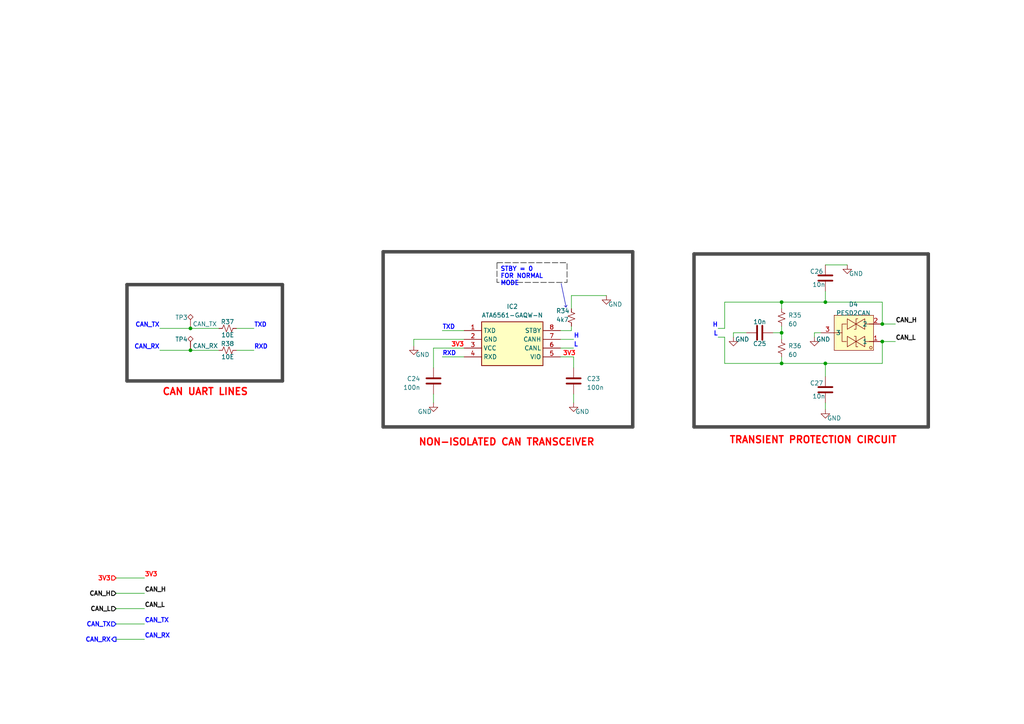
<source format=kicad_sch>
(kicad_sch (version 20230121) (generator eeschema)

  (uuid 11e23720-5faa-41ae-9351-edc1bb6fca84)

  (paper "A4")

  (lib_symbols
    (symbol "ESP32-S3_DB:ATA6561-GAQW-N" (in_bom yes) (on_board yes)
      (property "Reference" "IC" (at 24.13 7.62 0)
        (effects (font (size 1.27 1.27)) (justify left top))
      )
      (property "Value" "ATA6561-GAQW-N" (at 24.13 5.08 0)
        (effects (font (size 1.27 1.27)) (justify left top))
      )
      (property "Footprint" "SOIC127P600X175-8N" (at 24.13 -94.92 0)
        (effects (font (size 1.27 1.27)) (justify left top) hide)
      )
      (property "Datasheet" "http://ww1.microchip.com/downloads/en/DeviceDoc/ATA6560-ATA6561-High-Speed-CAN-Transceiver-DS20005991A.pdf" (at 24.13 -194.92 0)
        (effects (font (size 1.27 1.27)) (justify left top) hide)
      )
      (property "Height" "1.75" (at 24.13 -394.92 0)
        (effects (font (size 1.27 1.27)) (justify left top) hide)
      )
      (property "Manufacturer_Name" "Microchip" (at 24.13 -494.92 0)
        (effects (font (size 1.27 1.27)) (justify left top) hide)
      )
      (property "Manufacturer_Part_Number" "ATA6561-GAQW-N" (at 24.13 -594.92 0)
        (effects (font (size 1.27 1.27)) (justify left top) hide)
      )
      (property "Mouser Part Number" "579-ATA6561-GAQW-N" (at 24.13 -694.92 0)
        (effects (font (size 1.27 1.27)) (justify left top) hide)
      )
      (property "Mouser Price/Stock" "https://www.mouser.co.uk/ProductDetail/Microchip-Technology-Atmel/ATA6561-GAQW-N?qs=y6ZabgHbY%252BwGbm2JCZMHKQ%3D%3D" (at 24.13 -794.92 0)
        (effects (font (size 1.27 1.27)) (justify left top) hide)
      )
      (property "Arrow Part Number" "ATA6561-GAQW-N" (at 24.13 -894.92 0)
        (effects (font (size 1.27 1.27)) (justify left top) hide)
      )
      (property "Arrow Price/Stock" "https://www.arrow.com/en/products/ata6561-gaqw-n/microchip-technology?region=nac" (at 24.13 -994.92 0)
        (effects (font (size 1.27 1.27)) (justify left top) hide)
      )
      (property "ki_description" "MICROCHIP - ATA6561-GAQW-N - CAN TRANSCEIVER, 5MBPS, -40 TO 150DEG C" (at 0 0 0)
        (effects (font (size 1.27 1.27)) hide)
      )
      (symbol "ATA6561-GAQW-N_1_1"
        (rectangle (start 5.08 2.54) (end 22.86 -10.16)
          (stroke (width 0.254) (type default))
          (fill (type background))
        )
        (pin passive line (at 0 0 0) (length 5.08)
          (name "TXD" (effects (font (size 1.27 1.27))))
          (number "1" (effects (font (size 1.27 1.27))))
        )
        (pin passive line (at 0 -2.54 0) (length 5.08)
          (name "GND" (effects (font (size 1.27 1.27))))
          (number "2" (effects (font (size 1.27 1.27))))
        )
        (pin passive line (at 0 -5.08 0) (length 5.08)
          (name "VCC" (effects (font (size 1.27 1.27))))
          (number "3" (effects (font (size 1.27 1.27))))
        )
        (pin passive line (at 0 -7.62 0) (length 5.08)
          (name "RXD" (effects (font (size 1.27 1.27))))
          (number "4" (effects (font (size 1.27 1.27))))
        )
        (pin passive line (at 27.94 -7.62 180) (length 5.08)
          (name "VIO" (effects (font (size 1.27 1.27))))
          (number "5" (effects (font (size 1.27 1.27))))
        )
        (pin passive line (at 27.94 -5.08 180) (length 5.08)
          (name "CANL" (effects (font (size 1.27 1.27))))
          (number "6" (effects (font (size 1.27 1.27))))
        )
        (pin passive line (at 27.94 -2.54 180) (length 5.08)
          (name "CANH" (effects (font (size 1.27 1.27))))
          (number "7" (effects (font (size 1.27 1.27))))
        )
        (pin passive line (at 27.94 0 180) (length 5.08)
          (name "STBY" (effects (font (size 1.27 1.27))))
          (number "8" (effects (font (size 1.27 1.27))))
        )
      )
    )
    (symbol "ESP32-S3_DB:C" (pin_numbers hide) (pin_names (offset 0.254)) (in_bom yes) (on_board yes)
      (property "Reference" "C" (at 0.635 2.54 0)
        (effects (font (size 1.27 1.27)) (justify left))
      )
      (property "Value" "C" (at 0.635 -2.54 0)
        (effects (font (size 1.27 1.27)) (justify left))
      )
      (property "Footprint" "" (at 0.9652 -3.81 0)
        (effects (font (size 1.27 1.27)) hide)
      )
      (property "Datasheet" "~" (at 0 0 0)
        (effects (font (size 1.27 1.27)) hide)
      )
      (property "ki_keywords" "cap capacitor" (at 0 0 0)
        (effects (font (size 1.27 1.27)) hide)
      )
      (property "ki_description" "Unpolarized capacitor" (at 0 0 0)
        (effects (font (size 1.27 1.27)) hide)
      )
      (property "ki_fp_filters" "C_*" (at 0 0 0)
        (effects (font (size 1.27 1.27)) hide)
      )
      (symbol "C_0_1"
        (polyline
          (pts
            (xy -2.032 -0.762)
            (xy 2.032 -0.762)
          )
          (stroke (width 0.508) (type default))
          (fill (type none))
        )
        (polyline
          (pts
            (xy -2.032 0.762)
            (xy 2.032 0.762)
          )
          (stroke (width 0.508) (type default))
          (fill (type none))
        )
      )
      (symbol "C_1_1"
        (pin passive line (at 0 3.81 270) (length 2.794)
          (name "~" (effects (font (size 1.27 1.27))))
          (number "1" (effects (font (size 1.27 1.27))))
        )
        (pin passive line (at 0 -3.81 90) (length 2.794)
          (name "~" (effects (font (size 1.27 1.27))))
          (number "2" (effects (font (size 1.27 1.27))))
        )
      )
    )
    (symbol "ESP32-S3_DB:GND" (power) (pin_names (offset 0)) (in_bom yes) (on_board yes)
      (property "Reference" "#PWR" (at 0 -6.35 0)
        (effects (font (size 1.27 1.27)) hide)
      )
      (property "Value" "GND" (at 0 -3.81 0)
        (effects (font (size 1.27 1.27)))
      )
      (property "Footprint" "" (at 0 0 0)
        (effects (font (size 1.27 1.27)) hide)
      )
      (property "Datasheet" "" (at 0 0 0)
        (effects (font (size 1.27 1.27)) hide)
      )
      (property "ki_keywords" "global power" (at 0 0 0)
        (effects (font (size 1.27 1.27)) hide)
      )
      (property "ki_description" "Power symbol creates a global label with name \"GND\" , ground" (at 0 0 0)
        (effects (font (size 1.27 1.27)) hide)
      )
      (symbol "GND_0_1"
        (polyline
          (pts
            (xy 0 0)
            (xy 0 -1.27)
            (xy 1.27 -1.27)
            (xy 0 -2.54)
            (xy -1.27 -1.27)
            (xy 0 -1.27)
          )
          (stroke (width 0) (type default))
          (fill (type none))
        )
      )
      (symbol "GND_1_1"
        (pin power_in line (at 0 0 270) (length 0) hide
          (name "GND" (effects (font (size 1.27 1.27))))
          (number "1" (effects (font (size 1.27 1.27))))
        )
      )
    )
    (symbol "ESP32-S3_DB:PESD2CAN" (in_bom yes) (on_board yes)
      (property "Reference" "D" (at 0 15.24 0)
        (effects (font (size 1.27 1.27)))
      )
      (property "Value" "PESD2CAN" (at 0 -12.7 0)
        (effects (font (size 1.27 1.27)))
      )
      (property "Footprint" "easyeda2kicad:SOT-23-3_L2.9-W1.3-P1.90-LS2.4-BR" (at 0 -15.24 0)
        (effects (font (size 1.27 1.27)) hide)
      )
      (property "Datasheet" "https://lcsc.com/product-detail/TVS_DOWO-PESD2CAN_C284078.html" (at 0 -17.78 0)
        (effects (font (size 1.27 1.27)) hide)
      )
      (property "LCSC Part" "C284078" (at 0 -20.32 0)
        (effects (font (size 1.27 1.27)) hide)
      )
      (symbol "PESD2CAN_0_1"
        (rectangle (start -5.08 6.35) (end 5.08 -5.08)
          (stroke (width 0) (type default))
          (fill (type background))
        )
        (circle (center -4.32 -4.32) (radius 0.38)
          (stroke (width 0) (type default))
          (fill (type none))
        )
        (polyline
          (pts
            (xy -2.54 -3.81)
            (xy -2.54 -2.54)
          )
          (stroke (width 0) (type default))
          (fill (type none))
        )
        (polyline
          (pts
            (xy 0 6.6)
            (xy 0 4.06)
          )
          (stroke (width 0) (type default))
          (fill (type none))
        )
        (polyline
          (pts
            (xy 2.54 -3.81)
            (xy 2.54 -2.54)
          )
          (stroke (width 0) (type default))
          (fill (type none))
        )
        (polyline
          (pts
            (xy -2.54 2.79)
            (xy -2.54 4.06)
            (xy 0 4.06)
          )
          (stroke (width 0) (type default))
          (fill (type none))
        )
        (polyline
          (pts
            (xy 2.54 2.79)
            (xy 2.54 4.06)
            (xy 0 4.06)
          )
          (stroke (width 0) (type default))
          (fill (type none))
        )
        (polyline
          (pts
            (xy -4.06 2.54)
            (xy -2.54 0)
            (xy -1.02 2.54)
            (xy -4.06 2.54)
          )
          (stroke (width 0) (type default))
          (fill (type background))
        )
        (polyline
          (pts
            (xy -1.02 -2.54)
            (xy -2.54 0)
            (xy -4.06 -2.54)
            (xy -1.02 -2.54)
          )
          (stroke (width 0) (type default))
          (fill (type background))
        )
        (polyline
          (pts
            (xy 1.02 -2.54)
            (xy 2.54 0)
            (xy 4.06 -2.54)
            (xy 1.02 -2.54)
          )
          (stroke (width 0) (type default))
          (fill (type background))
        )
        (polyline
          (pts
            (xy 1.02 2.54)
            (xy 2.54 0)
            (xy 4.06 2.54)
            (xy 1.02 2.54)
          )
          (stroke (width 0) (type default))
          (fill (type background))
        )
        (polyline
          (pts
            (xy -4.06 -0.51)
            (xy -4.06 -0.51)
            (xy -4.06 0)
            (xy -1.02 0)
            (xy -1.02 0.51)
            (xy -1.02 0.51)
          )
          (stroke (width 0) (type default))
          (fill (type none))
        )
        (polyline
          (pts
            (xy 4.06 -0.51)
            (xy 4.06 -0.51)
            (xy 4.06 0)
            (xy 1.02 0)
            (xy 1.02 0.51)
            (xy 1.02 0.51)
          )
          (stroke (width 0) (type default))
          (fill (type none))
        )
        (pin unspecified line (at -2.54 -7.62 90) (length 3.81)
          (name "1" (effects (font (size 1.27 1.27))))
          (number "1" (effects (font (size 1.27 1.27))))
        )
        (pin unspecified line (at 2.54 -7.62 90) (length 3.81)
          (name "2" (effects (font (size 1.27 1.27))))
          (number "2" (effects (font (size 1.27 1.27))))
        )
        (pin unspecified line (at 0 10.16 270) (length 3.81)
          (name "3" (effects (font (size 1.27 1.27))))
          (number "3" (effects (font (size 1.27 1.27))))
        )
      )
    )
    (symbol "ESP32-S3_DB:R_Small_US" (pin_numbers hide) (pin_names (offset 0.254) hide) (in_bom yes) (on_board yes)
      (property "Reference" "R" (at 0.762 0.508 0)
        (effects (font (size 1.27 1.27)) (justify left))
      )
      (property "Value" "R_Small_US" (at 0.762 -1.016 0)
        (effects (font (size 1.27 1.27)) (justify left))
      )
      (property "Footprint" "" (at 0 0 0)
        (effects (font (size 1.27 1.27)) hide)
      )
      (property "Datasheet" "~" (at 0 0 0)
        (effects (font (size 1.27 1.27)) hide)
      )
      (property "ki_keywords" "r resistor" (at 0 0 0)
        (effects (font (size 1.27 1.27)) hide)
      )
      (property "ki_description" "Resistor, small US symbol" (at 0 0 0)
        (effects (font (size 1.27 1.27)) hide)
      )
      (property "ki_fp_filters" "R_*" (at 0 0 0)
        (effects (font (size 1.27 1.27)) hide)
      )
      (symbol "R_Small_US_1_1"
        (polyline
          (pts
            (xy 0 0)
            (xy 1.016 -0.381)
            (xy 0 -0.762)
            (xy -1.016 -1.143)
            (xy 0 -1.524)
          )
          (stroke (width 0) (type default))
          (fill (type none))
        )
        (polyline
          (pts
            (xy 0 1.524)
            (xy 1.016 1.143)
            (xy 0 0.762)
            (xy -1.016 0.381)
            (xy 0 0)
          )
          (stroke (width 0) (type default))
          (fill (type none))
        )
        (pin passive line (at 0 2.54 270) (length 1.016)
          (name "~" (effects (font (size 1.27 1.27))))
          (number "1" (effects (font (size 1.27 1.27))))
        )
        (pin passive line (at 0 -2.54 90) (length 1.016)
          (name "~" (effects (font (size 1.27 1.27))))
          (number "2" (effects (font (size 1.27 1.27))))
        )
      )
    )
    (symbol "ESP32-S3_DB:TestPoint_Alt" (pin_numbers hide) (pin_names (offset 0.762) hide) (in_bom yes) (on_board yes)
      (property "Reference" "TP" (at 0 6.858 0)
        (effects (font (size 1.27 1.27)))
      )
      (property "Value" "TestPoint_Alt" (at 0 5.08 0)
        (effects (font (size 1.27 1.27)))
      )
      (property "Footprint" "" (at 5.08 0 0)
        (effects (font (size 1.27 1.27)) hide)
      )
      (property "Datasheet" "~" (at 5.08 0 0)
        (effects (font (size 1.27 1.27)) hide)
      )
      (property "ki_keywords" "test point tp" (at 0 0 0)
        (effects (font (size 1.27 1.27)) hide)
      )
      (property "ki_description" "test point (alternative shape)" (at 0 0 0)
        (effects (font (size 1.27 1.27)) hide)
      )
      (property "ki_fp_filters" "Pin* Test*" (at 0 0 0)
        (effects (font (size 1.27 1.27)) hide)
      )
      (symbol "TestPoint_Alt_0_1"
        (polyline
          (pts
            (xy 0 2.54)
            (xy -0.762 3.302)
            (xy 0 4.064)
            (xy 0.762 3.302)
            (xy 0 2.54)
          )
          (stroke (width 0) (type default))
          (fill (type none))
        )
      )
      (symbol "TestPoint_Alt_1_1"
        (pin passive line (at 0 0 90) (length 2.54)
          (name "1" (effects (font (size 1.27 1.27))))
          (number "1" (effects (font (size 1.27 1.27))))
        )
      )
    )
  )

  (junction (at 255.905 93.98) (diameter 0) (color 0 0 0 0)
    (uuid 01ac4120-6601-409d-9dab-a266a6d155f5)
  )
  (junction (at 226.695 87.63) (diameter 0) (color 0 0 0 0)
    (uuid 14f64e82-f228-4df8-8553-11a555065476)
  )
  (junction (at 55.245 101.6) (diameter 0) (color 0 0 0 0)
    (uuid 3d91eb1b-d9d2-4258-bbcb-6ee4a4465f4c)
  )
  (junction (at 239.395 105.41) (diameter 0) (color 0 0 0 0)
    (uuid 551b51f7-1588-47ea-80ca-ea727e1759ab)
  )
  (junction (at 226.695 105.41) (diameter 0) (color 0 0 0 0)
    (uuid 8f5d388c-9158-4be9-bd92-6ed3a7e5298b)
  )
  (junction (at 255.905 99.06) (diameter 0) (color 0 0 0 0)
    (uuid aa018be6-7905-4c7a-a70d-b45a2e2e6cde)
  )
  (junction (at 55.245 95.25) (diameter 0) (color 0 0 0 0)
    (uuid b8ca01c3-7729-463f-a5c4-b41b6bd52cf6)
  )
  (junction (at 226.695 96.52) (diameter 0) (color 0 0 0 0)
    (uuid bcb39dde-f406-4224-a47e-a3d7134e28c9)
  )
  (junction (at 239.395 87.63) (diameter 0) (color 0 0 0 0)
    (uuid c8e4bfd9-7002-46e6-82b3-d3c10687b169)
  )

  (wire (pts (xy 212.725 97.79) (xy 212.725 96.52))
    (stroke (width 0) (type default))
    (uuid 0ae9d740-cb76-4e9a-ae2c-a3685c4699ab)
  )
  (wire (pts (xy 166.37 106.68) (xy 166.37 103.505))
    (stroke (width 0) (type default))
    (uuid 0d8f6e19-0c7e-48db-a5c2-040fe01dd00d)
  )
  (wire (pts (xy 255.905 87.63) (xy 255.905 93.98))
    (stroke (width 0) (type default))
    (uuid 0f9a2207-b6e6-4179-a4f7-14169b8b2dd2)
  )
  (wire (pts (xy 55.245 101.6) (xy 63.5 101.6))
    (stroke (width 0) (type default))
    (uuid 1064db2e-8689-468d-afc7-83e75947799e)
  )
  (wire (pts (xy 125.73 100.965) (xy 134.62 100.965))
    (stroke (width 0) (type default))
    (uuid 15de60e4-9671-44f1-9329-6d78d7622772)
  )
  (bus (pts (xy 183.515 123.825) (xy 111.125 123.825))
    (stroke (width 1) (type default) (color 72 72 72 1))
    (uuid 179c872c-195e-4316-a35d-6def027eec0f)
  )

  (wire (pts (xy 239.395 109.22) (xy 239.395 105.41))
    (stroke (width 0) (type default))
    (uuid 2a1f5033-c6aa-4bae-8c84-e3810c327bd7)
  )
  (wire (pts (xy 226.695 105.41) (xy 226.695 103.505))
    (stroke (width 0) (type default))
    (uuid 2fe14f53-b348-484c-91fe-b2b3661fc0b3)
  )
  (wire (pts (xy 236.22 96.52) (xy 238.125 96.52))
    (stroke (width 0) (type default))
    (uuid 309ce49b-17b3-49ee-8a2f-9520bdcd2b31)
  )
  (bus (pts (xy 201.295 73.66) (xy 269.24 73.66))
    (stroke (width 1) (type default) (color 72 72 72 1))
    (uuid 326726c0-7893-4740-8faf-28998cd9dbef)
  )

  (wire (pts (xy 128.27 95.885) (xy 134.62 95.885))
    (stroke (width 0) (type default))
    (uuid 35865b50-e8a9-43a8-80d9-8c847055ba7e)
  )
  (wire (pts (xy 55.245 95.25) (xy 63.5 95.25))
    (stroke (width 0) (type default))
    (uuid 3bc0d563-fd31-4e7d-b5ec-54196efba2a3)
  )
  (wire (pts (xy 165.735 89.535) (xy 165.735 85.725))
    (stroke (width 0) (type default))
    (uuid 3ca49228-fb46-49ca-babf-a833a24cb1f0)
  )
  (wire (pts (xy 128.27 103.505) (xy 134.62 103.505))
    (stroke (width 0) (type default))
    (uuid 3e5e453a-b345-4207-995e-376f704ce344)
  )
  (wire (pts (xy 125.73 116.84) (xy 125.73 114.3))
    (stroke (width 0) (type default))
    (uuid 3ff1654c-d39e-4257-8e58-cc372d68c1c4)
  )
  (bus (pts (xy 183.515 73.025) (xy 183.515 123.825))
    (stroke (width 1) (type default) (color 72 72 72 1))
    (uuid 41e371b5-c8a3-4ece-a95a-85fd26c0d168)
  )

  (wire (pts (xy 239.395 87.63) (xy 255.905 87.63))
    (stroke (width 0) (type default))
    (uuid 424ad0ff-af65-4b00-836f-abf55f4c8c2e)
  )
  (wire (pts (xy 226.695 87.63) (xy 239.395 87.63))
    (stroke (width 0) (type default))
    (uuid 45cc5eb7-a303-4c9a-947d-5a90e6b8a244)
  )
  (bus (pts (xy 81.915 82.55) (xy 81.915 110.49))
    (stroke (width 1) (type default) (color 72 72 72 1))
    (uuid 482857ba-2826-42d3-9e7a-8f08cbde7fb9)
  )

  (wire (pts (xy 68.58 95.25) (xy 73.66 95.25))
    (stroke (width 0) (type default))
    (uuid 4a7e8c11-8dd9-44bc-a854-ef23642d1533)
  )
  (polyline (pts (xy 162.7632 82.2452) (xy 164.1856 89.0524))
    (stroke (width 0) (type default))
    (uuid 4dd2257b-694f-4557-bc7c-a910a709cf67)
  )

  (wire (pts (xy 226.695 105.41) (xy 239.395 105.41))
    (stroke (width 0) (type default))
    (uuid 4e10600d-f542-4271-9ad7-30218330602a)
  )
  (wire (pts (xy 224.155 96.52) (xy 226.695 96.52))
    (stroke (width 0) (type default))
    (uuid 50061b39-6233-4e64-8676-330ba89368f0)
  )
  (wire (pts (xy 41.91 180.975) (xy 33.655 180.975))
    (stroke (width 0) (type default))
    (uuid 51930752-0f68-4ebd-82d7-8402dad55dfd)
  )
  (wire (pts (xy 162.56 95.885) (xy 165.735 95.885))
    (stroke (width 0) (type default))
    (uuid 54db74bc-4b0f-4472-83a6-f4000b22ef9f)
  )
  (wire (pts (xy 239.395 105.41) (xy 255.905 105.41))
    (stroke (width 0) (type default))
    (uuid 57b1ca62-d5de-43bc-a1ed-1d14cf883064)
  )
  (bus (pts (xy 269.24 123.825) (xy 201.295 123.825))
    (stroke (width 1) (type default) (color 72 72 72 1))
    (uuid 59ada102-b4e8-47a8-b75b-f8559d678fa9)
  )

  (wire (pts (xy 245.745 76.835) (xy 239.395 76.835))
    (stroke (width 0) (type default))
    (uuid 5a983849-ca65-4bcf-93f6-048d379e358a)
  )
  (wire (pts (xy 41.91 176.53) (xy 33.655 176.53))
    (stroke (width 0) (type default))
    (uuid 60481d36-d9d1-4f87-9225-0fe2002df05b)
  )
  (wire (pts (xy 166.37 98.425) (xy 162.56 98.425))
    (stroke (width 0) (type default))
    (uuid 63610dcd-1b4f-434e-ade4-9a5402d455a0)
  )
  (wire (pts (xy 120.015 98.425) (xy 134.62 98.425))
    (stroke (width 0) (type default))
    (uuid 6d6e4ee8-8f89-4df0-bec9-08ab91f03140)
  )
  (wire (pts (xy 210.185 97.79) (xy 210.185 105.41))
    (stroke (width 0) (type default))
    (uuid 779c4fc8-5334-42a8-9009-d3db29077901)
  )
  (wire (pts (xy 236.22 97.79) (xy 236.22 96.52))
    (stroke (width 0) (type default))
    (uuid 77b35fdd-13a9-425a-ab84-dfbd01023df0)
  )
  (wire (pts (xy 226.695 87.63) (xy 226.695 89.535))
    (stroke (width 0) (type default))
    (uuid 79c3c043-77ce-4470-ba0a-1a538d8cd58d)
  )
  (wire (pts (xy 208.28 97.79) (xy 210.185 97.79))
    (stroke (width 0) (type default))
    (uuid 79d6da01-3370-43bf-9865-cd6bb32bc587)
  )
  (wire (pts (xy 239.395 118.745) (xy 239.395 116.84))
    (stroke (width 0) (type default))
    (uuid 7cefbc87-4046-4a8c-a8e8-0fa29aef6243)
  )
  (polyline (pts (xy 163.6776 88.6968) (xy 164.1856 89.0524))
    (stroke (width 0) (type default))
    (uuid 7f523c84-accd-49df-81c4-3d3a7f0daf64)
  )

  (wire (pts (xy 239.395 84.455) (xy 239.395 87.63))
    (stroke (width 0) (type default))
    (uuid 85963b56-2fcd-47aa-9220-1e5564623ab3)
  )
  (bus (pts (xy 36.83 82.55) (xy 81.915 82.55))
    (stroke (width 1) (type default) (color 72 72 72 1))
    (uuid 87b270ac-8892-4fad-accf-ad8e9a935a02)
  )

  (wire (pts (xy 41.91 167.64) (xy 33.655 167.64))
    (stroke (width 0) (type default))
    (uuid 8a43d220-32cf-43ce-8451-6a57b4751b2b)
  )
  (bus (pts (xy 36.83 82.55) (xy 36.83 110.49))
    (stroke (width 1) (type default) (color 72 72 72 1))
    (uuid 8a6918c5-bc24-47ea-b6c7-87f1334aa410)
  )
  (bus (pts (xy 201.295 73.66) (xy 201.295 123.825))
    (stroke (width 1) (type default) (color 72 72 72 1))
    (uuid 906296e3-04a3-48b1-9efe-1b524951ed83)
  )
  (bus (pts (xy 111.125 73.025) (xy 183.515 73.025))
    (stroke (width 1) (type default) (color 72 72 72 1))
    (uuid 93d91a88-3179-418d-9591-e7ab6e02f620)
  )

  (wire (pts (xy 165.735 85.725) (xy 175.895 85.725))
    (stroke (width 0) (type default))
    (uuid 98f7528d-31f8-43ea-bbcd-ad26cea1811a)
  )
  (bus (pts (xy 269.24 73.66) (xy 269.24 123.825))
    (stroke (width 1) (type default) (color 72 72 72 1))
    (uuid 9915e1a8-c766-4669-ba8c-0477bac5e34a)
  )

  (wire (pts (xy 166.37 100.965) (xy 162.56 100.965))
    (stroke (width 0) (type default))
    (uuid 99eb5202-b6d7-48de-b8e2-8776e776a27d)
  )
  (wire (pts (xy 255.905 93.98) (xy 259.715 93.98))
    (stroke (width 0) (type default))
    (uuid 9e65a7de-c1ba-4b1b-acee-26f575993e55)
  )
  (wire (pts (xy 46.355 101.6) (xy 55.245 101.6))
    (stroke (width 0) (type default))
    (uuid 9febc5ee-331d-41ea-aa2e-36d4da102a2e)
  )
  (bus (pts (xy 81.915 110.49) (xy 36.83 110.49))
    (stroke (width 1) (type default) (color 72 72 72 1))
    (uuid a0225779-576a-4656-9581-9dc144b2be3b)
  )

  (wire (pts (xy 120.015 100.33) (xy 120.015 98.425))
    (stroke (width 0) (type default))
    (uuid a49b47a7-20a6-47e2-a65e-08704631d0be)
  )
  (wire (pts (xy 226.695 98.425) (xy 226.695 96.52))
    (stroke (width 0) (type default))
    (uuid a8401714-b7e4-4c48-8d6a-5b15b6ef329c)
  )
  (wire (pts (xy 125.73 106.68) (xy 125.73 100.965))
    (stroke (width 0) (type default))
    (uuid aa3133bb-1d27-4ce2-87a2-6aab7ddf29a8)
  )
  (wire (pts (xy 46.355 95.25) (xy 55.245 95.25))
    (stroke (width 0) (type default))
    (uuid aa9c1423-6a51-4966-ab1f-5c21b1e00a7e)
  )
  (wire (pts (xy 226.695 96.52) (xy 226.695 94.615))
    (stroke (width 0) (type default))
    (uuid bbe05436-f996-4041-ad38-ce3fc109b9d3)
  )
  (wire (pts (xy 166.37 103.505) (xy 162.56 103.505))
    (stroke (width 0) (type default))
    (uuid c58e76f5-d6c1-4073-9978-04bc91c3c69d)
  )
  (wire (pts (xy 68.58 101.6) (xy 73.66 101.6))
    (stroke (width 0) (type default))
    (uuid c5fdd7f4-d446-4252-9491-193428e3edd9)
  )
  (bus (pts (xy 111.125 73.025) (xy 111.125 123.825))
    (stroke (width 1) (type default) (color 72 72 72 1))
    (uuid cab4d992-2802-4126-b77d-6d3335ac7a00)
  )

  (wire (pts (xy 255.905 99.06) (xy 259.715 99.06))
    (stroke (width 0) (type default))
    (uuid d04f8350-668d-4852-a61f-9c8010b071c3)
  )
  (wire (pts (xy 210.185 105.41) (xy 226.695 105.41))
    (stroke (width 0) (type default))
    (uuid d5ccfa01-eca9-423e-9225-3adbce4ffd6b)
  )
  (wire (pts (xy 208.28 95.25) (xy 210.185 95.25))
    (stroke (width 0) (type default))
    (uuid da560846-6801-414a-99ee-ec479e426781)
  )
  (wire (pts (xy 255.905 105.41) (xy 255.905 99.06))
    (stroke (width 0) (type default))
    (uuid dca17edc-e6a0-4c76-ac75-c067afeffd21)
  )
  (wire (pts (xy 41.91 185.42) (xy 33.655 185.42))
    (stroke (width 0) (type default))
    (uuid e2bc1f1f-98f0-43d9-9243-e685dfea90a7)
  )
  (wire (pts (xy 166.37 116.84) (xy 166.37 114.3))
    (stroke (width 0) (type default))
    (uuid e9d791e8-9dd5-4738-9576-8517ecee9354)
  )
  (wire (pts (xy 210.185 95.25) (xy 210.185 87.63))
    (stroke (width 0) (type default))
    (uuid ec1d1cc0-7f97-48db-9d71-32b0c6f78517)
  )
  (wire (pts (xy 41.91 172.085) (xy 33.655 172.085))
    (stroke (width 0) (type default))
    (uuid ed854b62-4b61-4412-9fcb-d2264f120f67)
  )
  (wire (pts (xy 210.185 87.63) (xy 226.695 87.63))
    (stroke (width 0) (type default))
    (uuid f04337d3-58db-4a4c-b9dc-e4dfaaf88ad5)
  )
  (wire (pts (xy 165.735 95.885) (xy 165.735 94.615))
    (stroke (width 0) (type default))
    (uuid f4da92a0-cb98-4aae-93b0-d00177ba9035)
  )
  (wire (pts (xy 212.725 96.52) (xy 216.535 96.52))
    (stroke (width 0) (type default))
    (uuid fcc49d53-c836-4a38-984b-b8b1ff847b01)
  )
  (polyline (pts (xy 164.1856 89.0524) (xy 164.4904 88.4936))
    (stroke (width 0) (type default))
    (uuid fe261e4d-67cb-4553-bc95-9ca66b05737a)
  )

  (text_box "STBY = 0\nFOR NORMAL MODE"
    (at 144.145 76.2 0) (size 20.32 5.715)
    (stroke (width 0) (type dash) (color 0 0 0 1))
    (fill (type none))
    (effects (font (size 1.27 1.27) bold (color 0 0 255 1)) (justify left top))
    (uuid 70914324-c683-4f51-b55b-298c158e28a8)
  )

  (text "CAN UART LINES" (at 46.99 114.935 0)
    (effects (font (size 2 2) bold (color 255 0 0 1)) (justify left bottom))
    (uuid 4d10fdde-51b1-4ce1-b10b-b8d7dd687e9e)
  )
  (text "TRANSIENT PROTECTION CIRCUIT" (at 211.455 128.905 0)
    (effects (font (size 2 2) bold (color 255 0 0 1)) (justify left bottom))
    (uuid 8295038e-4e5c-4de3-8f1d-5eb5120bafe0)
  )
  (text "NON-ISOLATED CAN TRANSCEIVER" (at 121.285 129.54 0)
    (effects (font (size 2 2) bold (color 255 0 0 1)) (justify left bottom))
    (uuid ef40fe04-12f9-4f83-83a5-4467610117d9)
  )

  (label "TXD" (at 73.66 95.25 0) (fields_autoplaced)
    (effects (font (size 1.27 1.27) bold (color 0 0 255 1)) (justify left bottom))
    (uuid 120ac201-4a71-4f0e-a159-772f8fe9af56)
  )
  (label "CAN_RX" (at 46.355 101.6 180) (fields_autoplaced)
    (effects (font (size 1.27 1.27) bold (color 0 0 255 1)) (justify right bottom))
    (uuid 13d45d57-d248-46e8-89fc-1f158b368d62)
  )
  (label "L" (at 208.28 97.79 180) (fields_autoplaced)
    (effects (font (size 1.27 1.27) (thickness 0.254) bold (color 0 0 255 1)) (justify right bottom))
    (uuid 376fc1f3-1dec-40db-83f9-f2aec9006543)
  )
  (label "H" (at 166.37 98.425 0) (fields_autoplaced)
    (effects (font (size 1.27 1.27) (thickness 0.254) bold (color 0 0 255 1)) (justify left bottom))
    (uuid 52f81014-10f7-442d-9266-de38fee0e3cd)
  )
  (label "H" (at 208.28 95.25 180) (fields_autoplaced)
    (effects (font (size 1.27 1.27) (thickness 0.254) bold (color 0 0 255 1)) (justify right bottom))
    (uuid 5dc33810-7cab-4d7d-a398-abc48a13919a)
  )
  (label "CAN_H" (at 41.91 172.085 0) (fields_autoplaced)
    (effects (font (size 1.27 1.27) bold (color 0 0 0 1)) (justify left bottom))
    (uuid 7768590d-e0cf-413b-b487-4d7f1a867b53)
  )
  (label "CAN_TX" (at 41.91 180.975 0) (fields_autoplaced)
    (effects (font (size 1.27 1.27) bold (color 0 0 255 1)) (justify left bottom))
    (uuid 77fd799e-3ffc-487a-b47a-b45c1801a5f4)
  )
  (label "CAN_L" (at 259.715 99.06 0) (fields_autoplaced)
    (effects (font (size 1.27 1.27) bold (color 0 0 0 1)) (justify left bottom))
    (uuid 7d8d8d8b-4c8d-4ae3-b56b-d63eabcca4be)
  )
  (label "3V3" (at 163.195 103.505 0) (fields_autoplaced)
    (effects (font (size 1.27 1.27) bold (color 255 0 0 1)) (justify left bottom))
    (uuid 7dc3de39-755d-4f93-b4b5-fe231ef05085)
  )
  (label "3V3" (at 41.91 167.64 0) (fields_autoplaced)
    (effects (font (size 1.27 1.27) bold (color 255 0 0 1)) (justify left bottom))
    (uuid 940cdbf5-4762-4a0e-9b46-8052b2b3f146)
  )
  (label "CAN_L" (at 41.91 176.53 0) (fields_autoplaced)
    (effects (font (size 1.27 1.27) bold (color 0 0 0 1)) (justify left bottom))
    (uuid 98fa5e3b-8eb2-4454-865f-bba8a4a6bc70)
  )
  (label "CAN_RX" (at 41.91 185.42 0) (fields_autoplaced)
    (effects (font (size 1.27 1.27) bold (color 0 0 255 1)) (justify left bottom))
    (uuid 9b024b32-00dc-42fb-b7ad-fa67865c4be1)
  )
  (label "RXD" (at 73.66 101.6 0) (fields_autoplaced)
    (effects (font (size 1.27 1.27) bold (color 0 0 255 1)) (justify left bottom))
    (uuid c3d30f76-7b70-4d8e-ad1e-42a0cdfe36ce)
  )
  (label "TXD" (at 128.27 95.885 0) (fields_autoplaced)
    (effects (font (size 1.27 1.27) bold (color 0 0 255 1)) (justify left bottom))
    (uuid c5a09b12-32ce-42de-9c7a-493e76658d29)
  )
  (label "CAN_H" (at 259.715 93.98 0) (fields_autoplaced)
    (effects (font (size 1.27 1.27) bold (color 0 0 0 1)) (justify left bottom))
    (uuid c7e6f2a0-e900-4f60-8ffc-06668a1b261d)
  )
  (label "RXD" (at 128.27 103.505 0) (fields_autoplaced)
    (effects (font (size 1.27 1.27) bold (color 0 0 255 1)) (justify left bottom))
    (uuid c90f3caa-3a34-4fdf-9d43-52d32ed82bea)
  )
  (label "3V3" (at 130.81 100.965 0) (fields_autoplaced)
    (effects (font (size 1.27 1.27) bold (color 255 0 0 1)) (justify left bottom))
    (uuid d0ef2cf5-529e-4984-9ff1-c10919e617fd)
  )
  (label "L" (at 166.37 100.965 0) (fields_autoplaced)
    (effects (font (size 1.27 1.27) (thickness 0.254) bold (color 0 0 255 1)) (justify left bottom))
    (uuid df664dca-72cc-4d7b-84dd-f50fbff53ded)
  )
  (label "CAN_TX" (at 46.355 95.25 180) (fields_autoplaced)
    (effects (font (size 1.27 1.27) bold (color 0 0 255 1)) (justify right bottom))
    (uuid f497a51d-ca1e-4540-b15a-19c6af68f528)
  )

  (hierarchical_label "CAN_L" (shape input) (at 33.655 176.53 180) (fields_autoplaced)
    (effects (font (size 1.27 1.27) bold (color 0 0 0 1)) (justify right))
    (uuid a091cbad-6eb5-49f4-8307-38fd7a2524f3)
  )
  (hierarchical_label "CAN_TX" (shape input) (at 33.655 180.975 180) (fields_autoplaced)
    (effects (font (size 1.27 1.27) bold (color 0 0 255 1)) (justify right))
    (uuid b7885c80-0d8f-4ff8-854f-7d44bbccda67)
  )
  (hierarchical_label "3V3" (shape input) (at 33.655 167.64 180) (fields_autoplaced)
    (effects (font (size 1.27 1.27) bold (color 255 0 0 1)) (justify right))
    (uuid d38254b3-e521-445e-8ad6-62cdba1e15c4)
  )
  (hierarchical_label "CAN_H" (shape input) (at 33.655 172.085 180) (fields_autoplaced)
    (effects (font (size 1.27 1.27) bold (color 0 0 0 1)) (justify right))
    (uuid d5b2db65-ea41-4fed-9bff-d11932002bf0)
  )
  (hierarchical_label "CAN_RX" (shape output) (at 33.655 185.42 180) (fields_autoplaced)
    (effects (font (size 1.27 1.27) bold (color 0 0 255 1)) (justify right))
    (uuid e8addf68-66a6-4d5b-baf9-a5e07570e1e2)
  )

  (symbol (lib_id "ESP32-S3_DB:C") (at 166.37 110.49 0) (unit 1)
    (in_bom yes) (on_board yes) (dnp no) (fields_autoplaced)
    (uuid 008bfe2d-6d8a-47b7-bf67-d939da3fb686)
    (property "Reference" "C23" (at 170.18 109.855 0)
      (effects (font (size 1.27 1.27)) (justify left))
    )
    (property "Value" "100n" (at 170.18 112.395 0)
      (effects (font (size 1.27 1.27)) (justify left))
    )
    (property "Footprint" "" (at 167.3352 114.3 0)
      (effects (font (size 1.27 1.27)) hide)
    )
    (property "Datasheet" "~" (at 166.37 110.49 0)
      (effects (font (size 1.27 1.27)) hide)
    )
    (pin "1" (uuid 398d53d7-a05a-465b-a129-03b02d1835a9))
    (pin "2" (uuid 7381aeb9-9bd8-4e25-bb5e-8717467d0001))
    (instances
      (project "ESP32-S3_DB"
        (path "/b7fc4bd3-c219-4455-832b-8d795385dcf1/5968696a-d1c3-4df1-9868-cceeab327a7d"
          (reference "C23") (unit 1)
        )
      )
    )
  )

  (symbol (lib_id "ESP32-S3_DB:C") (at 125.73 110.49 0) (mirror x) (unit 1)
    (in_bom yes) (on_board yes) (dnp no)
    (uuid 1d973dfe-4fdb-41b7-aa46-ca41bcc4fbd7)
    (property "Reference" "C24" (at 121.92 109.855 0)
      (effects (font (size 1.27 1.27)) (justify right))
    )
    (property "Value" "100n" (at 121.92 112.395 0)
      (effects (font (size 1.27 1.27)) (justify right))
    )
    (property "Footprint" "" (at 126.6952 106.68 0)
      (effects (font (size 1.27 1.27)) hide)
    )
    (property "Datasheet" "~" (at 125.73 110.49 0)
      (effects (font (size 1.27 1.27)) hide)
    )
    (pin "1" (uuid 10adec5b-7f38-42d7-bd31-148d58353723))
    (pin "2" (uuid a6ef5c6c-f55b-4284-8e15-b5ab422ada0d))
    (instances
      (project "ESP32-S3_DB"
        (path "/b7fc4bd3-c219-4455-832b-8d795385dcf1/5968696a-d1c3-4df1-9868-cceeab327a7d"
          (reference "C24") (unit 1)
        )
      )
    )
  )

  (symbol (lib_id "ESP32-S3_DB:GND") (at 212.725 97.79 0) (unit 1)
    (in_bom yes) (on_board yes) (dnp no)
    (uuid 2a0ff71f-db01-44ae-bbeb-8cfae3992ae8)
    (property "Reference" "#PWR042" (at 212.725 104.14 0)
      (effects (font (size 1.27 1.27)) hide)
    )
    (property "Value" "GND" (at 215.265 98.425 0)
      (effects (font (size 1.27 1.27)))
    )
    (property "Footprint" "" (at 212.725 97.79 0)
      (effects (font (size 1.27 1.27)) hide)
    )
    (property "Datasheet" "" (at 212.725 97.79 0)
      (effects (font (size 1.27 1.27)) hide)
    )
    (pin "1" (uuid 2ea700f4-0044-4354-bd9b-10e4ffb7727d))
    (instances
      (project "ESP32-S3_DB"
        (path "/b7fc4bd3-c219-4455-832b-8d795385dcf1/5968696a-d1c3-4df1-9868-cceeab327a7d"
          (reference "#PWR042") (unit 1)
        )
      )
    )
  )

  (symbol (lib_id "ESP32-S3_DB:TestPoint_Alt") (at 55.245 101.6 0) (unit 1)
    (in_bom yes) (on_board yes) (dnp no)
    (uuid 2ccd0c15-1b5d-454d-9300-fe9e3b87e873)
    (property "Reference" "TP4" (at 50.8 98.425 0)
      (effects (font (size 1.27 1.27)) (justify left))
    )
    (property "Value" "CAN_RX" (at 55.88 100.33 0)
      (effects (font (size 1.27 1.27)) (justify left))
    )
    (property "Footprint" "" (at 60.325 101.6 0)
      (effects (font (size 1.27 1.27)) hide)
    )
    (property "Datasheet" "~" (at 60.325 101.6 0)
      (effects (font (size 1.27 1.27)) hide)
    )
    (pin "1" (uuid ab2411fb-b38d-4f7b-bc40-6b43debab193))
    (instances
      (project "ESP32-S3_DB"
        (path "/b7fc4bd3-c219-4455-832b-8d795385dcf1/5968696a-d1c3-4df1-9868-cceeab327a7d"
          (reference "TP4") (unit 1)
        )
      )
    )
  )

  (symbol (lib_id "ESP32-S3_DB:R_Small_US") (at 165.735 92.075 180) (unit 1)
    (in_bom yes) (on_board yes) (dnp no)
    (uuid 3a618e67-72e0-4c8b-bae0-d33cc2c27102)
    (property "Reference" "R34" (at 161.29 90.17 0)
      (effects (font (size 1.27 1.27)) (justify right))
    )
    (property "Value" "4k7" (at 161.29 92.71 0)
      (effects (font (size 1.27 1.27)) (justify right))
    )
    (property "Footprint" "" (at 165.735 92.075 0)
      (effects (font (size 1.27 1.27)) hide)
    )
    (property "Datasheet" "~" (at 165.735 92.075 0)
      (effects (font (size 1.27 1.27)) hide)
    )
    (pin "1" (uuid 1231ae6e-83ab-4a3f-aefb-80d3ebe4168c))
    (pin "2" (uuid 74a5dd6f-8140-4eff-adcc-ba4e00bee28f))
    (instances
      (project "ESP32-S3_DB"
        (path "/b7fc4bd3-c219-4455-832b-8d795385dcf1/5968696a-d1c3-4df1-9868-cceeab327a7d"
          (reference "R34") (unit 1)
        )
      )
    )
  )

  (symbol (lib_id "ESP32-S3_DB:GND") (at 166.37 116.84 0) (unit 1)
    (in_bom yes) (on_board yes) (dnp no)
    (uuid 47cd813f-1a7c-4c4a-9341-1b215343fd43)
    (property "Reference" "#PWR040" (at 166.37 123.19 0)
      (effects (font (size 1.27 1.27)) hide)
    )
    (property "Value" "GND" (at 168.91 119.38 0)
      (effects (font (size 1.27 1.27)))
    )
    (property "Footprint" "" (at 166.37 116.84 0)
      (effects (font (size 1.27 1.27)) hide)
    )
    (property "Datasheet" "" (at 166.37 116.84 0)
      (effects (font (size 1.27 1.27)) hide)
    )
    (pin "1" (uuid b61c232b-3902-412a-b4d1-3daf080a3754))
    (instances
      (project "ESP32-S3_DB"
        (path "/b7fc4bd3-c219-4455-832b-8d795385dcf1/5968696a-d1c3-4df1-9868-cceeab327a7d"
          (reference "#PWR040") (unit 1)
        )
      )
    )
  )

  (symbol (lib_id "ESP32-S3_DB:C") (at 239.395 80.645 180) (unit 1)
    (in_bom yes) (on_board yes) (dnp no)
    (uuid 62df039b-7037-4f35-8a89-57e8f6a8f662)
    (property "Reference" "C26" (at 236.855 78.74 0)
      (effects (font (size 1.27 1.27)))
    )
    (property "Value" "10n" (at 237.49 82.55 0)
      (effects (font (size 1.27 1.27)))
    )
    (property "Footprint" "" (at 238.4298 76.835 0)
      (effects (font (size 1.27 1.27)) hide)
    )
    (property "Datasheet" "~" (at 239.395 80.645 0)
      (effects (font (size 1.27 1.27)) hide)
    )
    (pin "1" (uuid aee112f6-d69d-41ef-b801-b315229e069c))
    (pin "2" (uuid 19efeaaf-531a-4211-805e-6a3ef0f3c057))
    (instances
      (project "ESP32-S3_DB"
        (path "/b7fc4bd3-c219-4455-832b-8d795385dcf1/5968696a-d1c3-4df1-9868-cceeab327a7d"
          (reference "C26") (unit 1)
        )
      )
    )
  )

  (symbol (lib_id "ESP32-S3_DB:GND") (at 239.395 118.745 0) (unit 1)
    (in_bom yes) (on_board yes) (dnp no)
    (uuid 674eacf5-d423-47c3-bca8-b297e6a66575)
    (property "Reference" "#PWR045" (at 239.395 125.095 0)
      (effects (font (size 1.27 1.27)) hide)
    )
    (property "Value" "GND" (at 241.935 121.285 0)
      (effects (font (size 1.27 1.27)))
    )
    (property "Footprint" "" (at 239.395 118.745 0)
      (effects (font (size 1.27 1.27)) hide)
    )
    (property "Datasheet" "" (at 239.395 118.745 0)
      (effects (font (size 1.27 1.27)) hide)
    )
    (pin "1" (uuid eacb90d7-7c32-4a73-9bf5-98fc3de5a73f))
    (instances
      (project "ESP32-S3_DB"
        (path "/b7fc4bd3-c219-4455-832b-8d795385dcf1/5968696a-d1c3-4df1-9868-cceeab327a7d"
          (reference "#PWR045") (unit 1)
        )
      )
    )
  )

  (symbol (lib_id "ESP32-S3_DB:GND") (at 125.73 116.84 0) (unit 1)
    (in_bom yes) (on_board yes) (dnp no)
    (uuid 7c6b2d21-35a8-4f32-92d1-745e307a0ed0)
    (property "Reference" "#PWR039" (at 125.73 123.19 0)
      (effects (font (size 1.27 1.27)) hide)
    )
    (property "Value" "GND" (at 123.19 119.38 0)
      (effects (font (size 1.27 1.27)))
    )
    (property "Footprint" "" (at 125.73 116.84 0)
      (effects (font (size 1.27 1.27)) hide)
    )
    (property "Datasheet" "" (at 125.73 116.84 0)
      (effects (font (size 1.27 1.27)) hide)
    )
    (pin "1" (uuid 329a9916-a681-4255-a26d-251704918b8c))
    (instances
      (project "ESP32-S3_DB"
        (path "/b7fc4bd3-c219-4455-832b-8d795385dcf1/5968696a-d1c3-4df1-9868-cceeab327a7d"
          (reference "#PWR039") (unit 1)
        )
      )
    )
  )

  (symbol (lib_id "ESP32-S3_DB:R_Small_US") (at 226.695 100.965 180) (unit 1)
    (in_bom yes) (on_board yes) (dnp no) (fields_autoplaced)
    (uuid 8b2d8f46-e6be-43f8-aacc-04dc803b7947)
    (property "Reference" "R36" (at 228.6 100.33 0)
      (effects (font (size 1.27 1.27)) (justify right))
    )
    (property "Value" "60" (at 228.6 102.87 0)
      (effects (font (size 1.27 1.27)) (justify right))
    )
    (property "Footprint" "" (at 226.695 100.965 0)
      (effects (font (size 1.27 1.27)) hide)
    )
    (property "Datasheet" "~" (at 226.695 100.965 0)
      (effects (font (size 1.27 1.27)) hide)
    )
    (pin "1" (uuid 7854e32a-e42c-4ceb-8061-5a53a1fb79b9))
    (pin "2" (uuid 68083901-41cf-4b46-8b8e-0333becc6e59))
    (instances
      (project "ESP32-S3_DB"
        (path "/b7fc4bd3-c219-4455-832b-8d795385dcf1/5968696a-d1c3-4df1-9868-cceeab327a7d"
          (reference "R36") (unit 1)
        )
      )
    )
  )

  (symbol (lib_id "ESP32-S3_DB:GND") (at 245.745 76.835 0) (unit 1)
    (in_bom yes) (on_board yes) (dnp no)
    (uuid 8d6bed1c-f83f-4468-9dc7-f1e841b438fc)
    (property "Reference" "#PWR044" (at 245.745 83.185 0)
      (effects (font (size 1.27 1.27)) hide)
    )
    (property "Value" "GND" (at 248.285 79.375 0)
      (effects (font (size 1.27 1.27)))
    )
    (property "Footprint" "" (at 245.745 76.835 0)
      (effects (font (size 1.27 1.27)) hide)
    )
    (property "Datasheet" "" (at 245.745 76.835 0)
      (effects (font (size 1.27 1.27)) hide)
    )
    (pin "1" (uuid 88edba96-2e2f-4af2-8926-ac8bddf46b61))
    (instances
      (project "ESP32-S3_DB"
        (path "/b7fc4bd3-c219-4455-832b-8d795385dcf1/5968696a-d1c3-4df1-9868-cceeab327a7d"
          (reference "#PWR044") (unit 1)
        )
      )
    )
  )

  (symbol (lib_id "ESP32-S3_DB:ATA6561-GAQW-N") (at 134.62 95.885 0) (unit 1)
    (in_bom yes) (on_board yes) (dnp no) (fields_autoplaced)
    (uuid 90f3e58b-bfdd-4a39-a174-243c7e1c622c)
    (property "Reference" "IC2" (at 148.59 88.9 0)
      (effects (font (size 1.27 1.27)))
    )
    (property "Value" "ATA6561-GAQW-N" (at 148.59 91.44 0)
      (effects (font (size 1.27 1.27)))
    )
    (property "Footprint" "SOIC127P600X175-8N" (at 158.75 190.805 0)
      (effects (font (size 1.27 1.27)) (justify left top) hide)
    )
    (property "Datasheet" "http://ww1.microchip.com/downloads/en/DeviceDoc/ATA6560-ATA6561-High-Speed-CAN-Transceiver-DS20005991A.pdf" (at 158.75 290.805 0)
      (effects (font (size 1.27 1.27)) (justify left top) hide)
    )
    (property "Height" "1.75" (at 158.75 490.805 0)
      (effects (font (size 1.27 1.27)) (justify left top) hide)
    )
    (property "Manufacturer_Name" "Microchip" (at 158.75 590.805 0)
      (effects (font (size 1.27 1.27)) (justify left top) hide)
    )
    (property "Manufacturer_Part_Number" "ATA6561-GAQW-N" (at 158.75 690.805 0)
      (effects (font (size 1.27 1.27)) (justify left top) hide)
    )
    (property "Mouser Part Number" "579-ATA6561-GAQW-N" (at 158.75 790.805 0)
      (effects (font (size 1.27 1.27)) (justify left top) hide)
    )
    (property "Mouser Price/Stock" "https://www.mouser.co.uk/ProductDetail/Microchip-Technology-Atmel/ATA6561-GAQW-N?qs=y6ZabgHbY%252BwGbm2JCZMHKQ%3D%3D" (at 158.75 890.805 0)
      (effects (font (size 1.27 1.27)) (justify left top) hide)
    )
    (property "Arrow Part Number" "ATA6561-GAQW-N" (at 158.75 990.805 0)
      (effects (font (size 1.27 1.27)) (justify left top) hide)
    )
    (property "Arrow Price/Stock" "https://www.arrow.com/en/products/ata6561-gaqw-n/microchip-technology?region=nac" (at 158.75 1090.805 0)
      (effects (font (size 1.27 1.27)) (justify left top) hide)
    )
    (pin "1" (uuid 0eb83bc6-46e3-43c7-aa7e-6e04d03ade3a))
    (pin "2" (uuid ebec8349-8e17-44a3-ac31-1a56e62cda92))
    (pin "3" (uuid 2d9d8988-6e06-4480-86f8-be127014f28e))
    (pin "4" (uuid 4949b436-dedf-4f73-a5db-2e0aae2eedc7))
    (pin "5" (uuid fdd0d10a-ea97-4f35-b905-c9765fca3f57))
    (pin "6" (uuid f85307bf-8494-4c19-986a-32c1e8634e65))
    (pin "7" (uuid d1d6a34a-3ab8-49ea-ae51-4011176e90b6))
    (pin "8" (uuid 63b75879-2995-441c-a511-06d211d9c1f2))
    (instances
      (project "ESP32-S3_DB"
        (path "/b7fc4bd3-c219-4455-832b-8d795385dcf1/5968696a-d1c3-4df1-9868-cceeab327a7d"
          (reference "IC2") (unit 1)
        )
      )
    )
  )

  (symbol (lib_id "ESP32-S3_DB:PESD2CAN") (at 248.285 96.52 90) (unit 1)
    (in_bom yes) (on_board yes) (dnp no) (fields_autoplaced)
    (uuid 9932282b-a03d-48ba-b54f-dad90864f850)
    (property "Reference" "D4" (at 247.525 88.265 90)
      (effects (font (size 1.27 1.27)))
    )
    (property "Value" "PESD2CAN" (at 247.525 90.805 90)
      (effects (font (size 1.27 1.27)))
    )
    (property "Footprint" "easyeda2kicad:SOT-23-3_L2.9-W1.3-P1.90-LS2.4-BR" (at 263.525 96.52 0)
      (effects (font (size 1.27 1.27)) hide)
    )
    (property "Datasheet" "https://lcsc.com/product-detail/TVS_DOWO-PESD2CAN_C284078.html" (at 266.065 96.52 0)
      (effects (font (size 1.27 1.27)) hide)
    )
    (property "LCSC Part" "C284078" (at 268.605 96.52 0)
      (effects (font (size 1.27 1.27)) hide)
    )
    (pin "1" (uuid 24e5fb05-7217-42f6-9288-84245f708c97))
    (pin "2" (uuid 89384ebf-5cbd-4af2-ae79-c2edf0b3fcdc))
    (pin "3" (uuid 55a850a9-5362-42f9-9d34-1fe2b780f888))
    (instances
      (project "ESP32-S3_DB"
        (path "/b7fc4bd3-c219-4455-832b-8d795385dcf1/5968696a-d1c3-4df1-9868-cceeab327a7d"
          (reference "D4") (unit 1)
        )
      )
    )
  )

  (symbol (lib_id "ESP32-S3_DB:GND") (at 120.015 100.33 0) (unit 1)
    (in_bom yes) (on_board yes) (dnp no)
    (uuid 9b24d26c-1fca-4e2a-9851-bb90e0d3f21e)
    (property "Reference" "#PWR046" (at 120.015 106.68 0)
      (effects (font (size 1.27 1.27)) hide)
    )
    (property "Value" "GND" (at 122.555 102.87 0)
      (effects (font (size 1.27 1.27)))
    )
    (property "Footprint" "" (at 120.015 100.33 0)
      (effects (font (size 1.27 1.27)) hide)
    )
    (property "Datasheet" "" (at 120.015 100.33 0)
      (effects (font (size 1.27 1.27)) hide)
    )
    (pin "1" (uuid ff9b0b11-d881-47b7-aad6-2cb5dc00a338))
    (instances
      (project "ESP32-S3_DB"
        (path "/b7fc4bd3-c219-4455-832b-8d795385dcf1/5968696a-d1c3-4df1-9868-cceeab327a7d"
          (reference "#PWR046") (unit 1)
        )
      )
    )
  )

  (symbol (lib_id "ESP32-S3_DB:TestPoint_Alt") (at 55.245 95.25 0) (unit 1)
    (in_bom yes) (on_board yes) (dnp no)
    (uuid ae03006f-7fb7-46c1-bcf8-6d3bcd7dd26d)
    (property "Reference" "TP3" (at 50.8 92.075 0)
      (effects (font (size 1.27 1.27)) (justify left))
    )
    (property "Value" "CAN_TX" (at 55.88 93.98 0)
      (effects (font (size 1.27 1.27)) (justify left))
    )
    (property "Footprint" "" (at 60.325 95.25 0)
      (effects (font (size 1.27 1.27)) hide)
    )
    (property "Datasheet" "~" (at 60.325 95.25 0)
      (effects (font (size 1.27 1.27)) hide)
    )
    (pin "1" (uuid 92561ae9-91fb-419e-9ab0-37d99d34c593))
    (instances
      (project "ESP32-S3_DB"
        (path "/b7fc4bd3-c219-4455-832b-8d795385dcf1/5968696a-d1c3-4df1-9868-cceeab327a7d"
          (reference "TP3") (unit 1)
        )
      )
    )
  )

  (symbol (lib_id "ESP32-S3_DB:R_Small_US") (at 66.04 101.6 270) (unit 1)
    (in_bom yes) (on_board yes) (dnp no)
    (uuid b84d04c0-6bcb-419f-90ec-3b5757f44dd4)
    (property "Reference" "R38" (at 67.945 99.695 90)
      (effects (font (size 1.27 1.27)) (justify right))
    )
    (property "Value" "10E" (at 67.945 103.505 90)
      (effects (font (size 1.27 1.27)) (justify right))
    )
    (property "Footprint" "" (at 66.04 101.6 0)
      (effects (font (size 1.27 1.27)) hide)
    )
    (property "Datasheet" "~" (at 66.04 101.6 0)
      (effects (font (size 1.27 1.27)) hide)
    )
    (pin "1" (uuid 0dd3cd5e-b558-4967-9d91-70f348178409))
    (pin "2" (uuid a001b8e8-4c4f-43b0-800d-251ac048c76d))
    (instances
      (project "ESP32-S3_DB"
        (path "/b7fc4bd3-c219-4455-832b-8d795385dcf1/5968696a-d1c3-4df1-9868-cceeab327a7d"
          (reference "R38") (unit 1)
        )
      )
    )
  )

  (symbol (lib_id "ESP32-S3_DB:R_Small_US") (at 66.04 95.25 270) (unit 1)
    (in_bom yes) (on_board yes) (dnp no)
    (uuid d00a52f1-96c1-49a7-a848-d287e0835262)
    (property "Reference" "R37" (at 67.945 93.345 90)
      (effects (font (size 1.27 1.27)) (justify right))
    )
    (property "Value" "10E" (at 67.945 97.155 90)
      (effects (font (size 1.27 1.27)) (justify right))
    )
    (property "Footprint" "" (at 66.04 95.25 0)
      (effects (font (size 1.27 1.27)) hide)
    )
    (property "Datasheet" "~" (at 66.04 95.25 0)
      (effects (font (size 1.27 1.27)) hide)
    )
    (pin "1" (uuid 869441a4-2e4e-4b54-abe7-b37b08918263))
    (pin "2" (uuid 860e326f-ecac-4126-8ca7-bcf254fa87fb))
    (instances
      (project "ESP32-S3_DB"
        (path "/b7fc4bd3-c219-4455-832b-8d795385dcf1/5968696a-d1c3-4df1-9868-cceeab327a7d"
          (reference "R37") (unit 1)
        )
      )
    )
  )

  (symbol (lib_id "ESP32-S3_DB:GND") (at 236.22 97.79 0) (unit 1)
    (in_bom yes) (on_board yes) (dnp no)
    (uuid d352f29f-4065-43fa-be41-adab3c6d02e7)
    (property "Reference" "#PWR043" (at 236.22 104.14 0)
      (effects (font (size 1.27 1.27)) hide)
    )
    (property "Value" "GND" (at 238.76 98.425 0)
      (effects (font (size 1.27 1.27)))
    )
    (property "Footprint" "" (at 236.22 97.79 0)
      (effects (font (size 1.27 1.27)) hide)
    )
    (property "Datasheet" "" (at 236.22 97.79 0)
      (effects (font (size 1.27 1.27)) hide)
    )
    (pin "1" (uuid cae68cab-1813-4a5e-8d74-64ed0b6872fd))
    (instances
      (project "ESP32-S3_DB"
        (path "/b7fc4bd3-c219-4455-832b-8d795385dcf1/5968696a-d1c3-4df1-9868-cceeab327a7d"
          (reference "#PWR043") (unit 1)
        )
      )
    )
  )

  (symbol (lib_id "ESP32-S3_DB:R_Small_US") (at 226.695 92.075 180) (unit 1)
    (in_bom yes) (on_board yes) (dnp no) (fields_autoplaced)
    (uuid df326de5-749a-4197-a4c6-b0168dea8877)
    (property "Reference" "R35" (at 228.6 91.44 0)
      (effects (font (size 1.27 1.27)) (justify right))
    )
    (property "Value" "60" (at 228.6 93.98 0)
      (effects (font (size 1.27 1.27)) (justify right))
    )
    (property "Footprint" "" (at 226.695 92.075 0)
      (effects (font (size 1.27 1.27)) hide)
    )
    (property "Datasheet" "~" (at 226.695 92.075 0)
      (effects (font (size 1.27 1.27)) hide)
    )
    (pin "1" (uuid f8dc1791-8de4-4a53-8669-b7b578f7c486))
    (pin "2" (uuid 57780bcc-5ee8-410a-8b7f-282a11964e0a))
    (instances
      (project "ESP32-S3_DB"
        (path "/b7fc4bd3-c219-4455-832b-8d795385dcf1/5968696a-d1c3-4df1-9868-cceeab327a7d"
          (reference "R35") (unit 1)
        )
      )
    )
  )

  (symbol (lib_id "ESP32-S3_DB:GND") (at 175.895 85.725 0) (unit 1)
    (in_bom yes) (on_board yes) (dnp no)
    (uuid ede9774b-e7a9-462a-89dd-d63a52784eae)
    (property "Reference" "#PWR041" (at 175.895 92.075 0)
      (effects (font (size 1.27 1.27)) hide)
    )
    (property "Value" "GND" (at 178.435 88.265 0)
      (effects (font (size 1.27 1.27)))
    )
    (property "Footprint" "" (at 175.895 85.725 0)
      (effects (font (size 1.27 1.27)) hide)
    )
    (property "Datasheet" "" (at 175.895 85.725 0)
      (effects (font (size 1.27 1.27)) hide)
    )
    (pin "1" (uuid 3dc33514-ccf7-4cf8-902a-af0a18e9dd05))
    (instances
      (project "ESP32-S3_DB"
        (path "/b7fc4bd3-c219-4455-832b-8d795385dcf1/5968696a-d1c3-4df1-9868-cceeab327a7d"
          (reference "#PWR041") (unit 1)
        )
      )
    )
  )

  (symbol (lib_id "ESP32-S3_DB:C") (at 220.345 96.52 90) (unit 1)
    (in_bom yes) (on_board yes) (dnp no)
    (uuid f2768265-86bb-40e1-81e3-5aac3880522f)
    (property "Reference" "C25" (at 220.345 99.695 90)
      (effects (font (size 1.27 1.27)))
    )
    (property "Value" "10n" (at 220.345 93.345 90)
      (effects (font (size 1.27 1.27)))
    )
    (property "Footprint" "" (at 224.155 95.5548 0)
      (effects (font (size 1.27 1.27)) hide)
    )
    (property "Datasheet" "~" (at 220.345 96.52 0)
      (effects (font (size 1.27 1.27)) hide)
    )
    (pin "1" (uuid f9803712-da95-4fe6-ab0c-13594dfe9b77))
    (pin "2" (uuid 55af6e97-5056-4f0d-8035-38c7d5f5521d))
    (instances
      (project "ESP32-S3_DB"
        (path "/b7fc4bd3-c219-4455-832b-8d795385dcf1/5968696a-d1c3-4df1-9868-cceeab327a7d"
          (reference "C25") (unit 1)
        )
      )
    )
  )

  (symbol (lib_id "ESP32-S3_DB:C") (at 239.395 113.03 180) (unit 1)
    (in_bom yes) (on_board yes) (dnp no)
    (uuid fdc1da80-7a7b-4fcf-86d2-b2686763878f)
    (property "Reference" "C27" (at 236.855 111.125 0)
      (effects (font (size 1.27 1.27)))
    )
    (property "Value" "10n" (at 237.49 114.935 0)
      (effects (font (size 1.27 1.27)))
    )
    (property "Footprint" "" (at 238.4298 109.22 0)
      (effects (font (size 1.27 1.27)) hide)
    )
    (property "Datasheet" "~" (at 239.395 113.03 0)
      (effects (font (size 1.27 1.27)) hide)
    )
    (pin "1" (uuid d2b0604e-30c6-4012-b6b6-d9c664859ca1))
    (pin "2" (uuid 9273bc5e-183f-49c1-841b-f4b4460f5415))
    (instances
      (project "ESP32-S3_DB"
        (path "/b7fc4bd3-c219-4455-832b-8d795385dcf1/5968696a-d1c3-4df1-9868-cceeab327a7d"
          (reference "C27") (unit 1)
        )
      )
    )
  )
)

</source>
